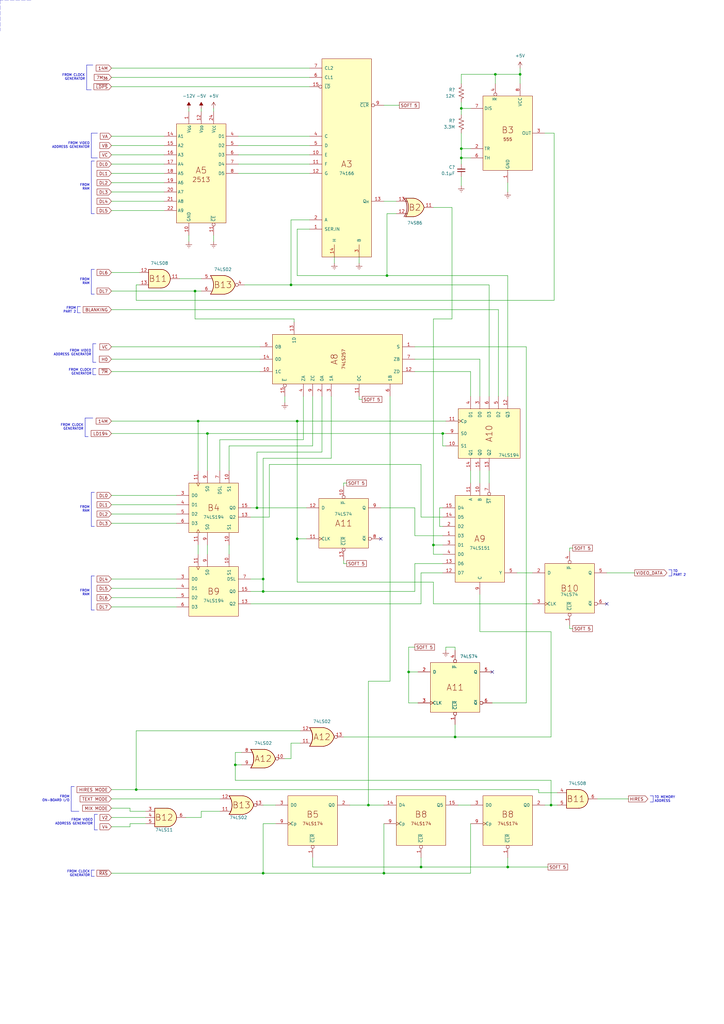
<source format=kicad_sch>
(kicad_sch (version 20211123) (generator eeschema)
  (paper "A3" portrait)
  (title_block (title "Apple II - Video Generator Part 1") (date "2022-07-11") (rev "1") (company "Apple Computers, Inc.") (comment 1 "Original schematic by Apple Computers") (comment 2 "https://github.com/omega9380/Retro-Schematics") (comment 3 "Replication by Omega9380 - July 2022") (comment 4 "Source: The Apple II Circuit Description by W. Gayler"))
  (junction (at 189.23 64.77))
  (junction (at 107.95 242.57))
  (junction (at 105.41 208.28))
  (junction (at 203.2 30.48))
  (junction (at 213.36 30.48))
  (junction (at 226.06 330.2))
  (junction (at 107.95 358.14))
  (junction (at 96.52 313.69))
  (junction (at 208.28 355.6))
  (junction (at 158.75 113.03))
  (junction (at 151.13 330.2))
  (junction (at 157.48 358.14))
  (junction (at 181.61 177.8))
  (junction (at 189.23 44.45))
  (junction (at 167.64 275.59))
  (junction (at 121.92 220.98))
  (junction (at 81.28 172.72))
  (junction (at 80.01 119.38))
  (junction (at 177.8 223.52))
  (junction (at 189.23 60.96))
  (junction (at 107.95 237.49))
  (junction (at 85.09 177.8))
  (junction (at 119.38 116.84))
  (junction (at 55.88 323.85))
  (junction (at 172.72 355.6))
  (junction (at 121.92 172.72))
  (junction (at 186.69 302.26))
  (no_connect (at 201.93 275.59))
  (no_connect (at 156.21 220.98))
  (no_connect (at 248.92 247.65))
  (wire (pts (xy 170.18 142.24) (xy 215.9 142.24)))
  (wire (pts (xy 45.72 86.36) (xy 67.31 86.36)))
  (polyline (pts (xy 38.735 356.87) (xy 37.465 356.87)) (stroke (width 0) (type solid)))
  (wire (pts (xy 93.98 182.88) (xy 93.98 193.04)))
  (wire (pts (xy 85.09 193.04) (xy 85.09 177.8)))
  (wire (pts (xy 162.56 87.63) (xy 158.75 87.63)))
  (wire (pts (xy 180.34 215.9) (xy 180.34 208.28)))
  (wire (pts (xy 121.92 172.72) (xy 182.88 172.72)))
  (wire (pts (xy 181.61 215.9) (xy 180.34 215.9)))
  (wire (pts (xy 167.64 275.59) (xy 167.64 288.29)))
  (polyline (pts (xy 266.7 328.93) (xy 267.97 328.93)) (stroke (width 0) (type solid)))
  (wire (pts (xy 121.92 113.03) (xy 121.92 93.98)))
  (wire (pts (xy 81.28 227.33) (xy 81.28 223.52)))
  (wire (pts (xy 226.06 330.2) (xy 228.6 330.2)))
  (wire (pts (xy 107.95 242.57) (xy 107.95 237.49)))
  (wire (pts (xy 97.79 59.69) (xy 127 59.69)))
  (wire (pts (xy 187.96 330.2) (xy 193.04 330.2)))
  (wire (pts (xy 170.18 208.28) (xy 170.18 219.71)))
  (wire (pts (xy 203.2 30.48) (xy 203.2 34.29)))
  (wire (pts (xy 200.66 162.56) (xy 200.66 116.84)))
  (wire (pts (xy 170.18 219.71) (xy 181.61 219.71)))
  (wire (pts (xy 55.88 123.19) (xy 55.88 116.84)))
  (wire (pts (xy 157.48 337.82) (xy 157.48 358.14)))
  (wire (pts (xy 200.66 116.84) (xy 119.38 116.84)))
  (polyline (pts (xy 37.465 110.49) (xy 37.465 120.65)) (stroke (width 0) (type solid)))
  (wire (pts (xy 147.32 162.56) (xy 147.32 163.83)))
  (wire (pts (xy 45.72 82.55) (xy 67.31 82.55)))
  (wire (pts (xy 189.23 41.91) (xy 189.23 44.45)))
  (wire (pts (xy 105.41 208.28) (xy 125.73 208.28)))
  (polyline (pts (xy 40.005 340.36) (xy 38.735 340.36)) (stroke (width 0) (type solid)))
  (wire (pts (xy 53.34 331.47) (xy 45.72 331.47)))
  (wire (pts (xy 181.61 212.09) (xy 172.72 212.09)))
  (wire (pts (xy 193.04 337.82) (xy 193.04 358.14)))
  (wire (pts (xy 193.04 64.77) (xy 189.23 64.77)))
  (wire (pts (xy 81.28 172.72) (xy 121.92 172.72)))
  (wire (pts (xy 90.17 193.04) (xy 90.17 180.34)))
  (wire (pts (xy 128.27 351.79) (xy 128.27 355.6)))
  (wire (pts (xy 124.46 180.34) (xy 124.46 162.56)))
  (wire (pts (xy 100.33 116.84) (xy 119.38 116.84)))
  (wire (pts (xy 55.88 299.72) (xy 55.88 323.85)))
  (wire (pts (xy 82.55 44.45) (xy 82.55 45.72)))
  (wire (pts (xy 107.95 358.14) (xy 107.95 337.82)))
  (wire (pts (xy 45.72 248.92) (xy 72.39 248.92)))
  (wire (pts (xy 99.06 313.69) (xy 96.52 313.69)))
  (wire (pts (xy 189.23 60.96) (xy 189.23 54.61)))
  (wire (pts (xy 227.33 123.19) (xy 55.88 123.19)))
  (wire (pts (xy 45.72 358.14) (xy 107.95 358.14)))
  (polyline (pts (xy 39.37 153.67) (xy 38.1 153.67)) (stroke (width 0) (type solid)))
  (wire (pts (xy 87.63 44.45) (xy 87.63 45.72)))
  (polyline (pts (xy 38.735 66.04) (xy 37.465 66.04)) (stroke (width 0) (type solid)))
  (wire (pts (xy 97.79 55.88) (xy 127 55.88)))
  (wire (pts (xy 107.95 187.96) (xy 107.95 237.49)))
  (wire (pts (xy 215.9 142.24) (xy 215.9 288.29)))
  (wire (pts (xy 45.72 31.75) (xy 127 31.75)))
  (wire (pts (xy 170.18 242.57) (xy 170.18 231.14)))
  (wire (pts (xy 186.69 266.7) (xy 186.69 265.43)))
  (wire (pts (xy 208.28 78.74) (xy 208.28 74.93)))
  (polyline (pts (xy 30.48 322.58) (xy 29.21 322.58)) (stroke (width 0) (type solid)))
  (polyline (pts (xy 36.195 179.07) (xy 34.925 179.07)) (stroke (width 0) (type solid)))
  (wire (pts (xy 140.97 229.87) (xy 140.97 231.14)))
  (wire (pts (xy 140.97 302.26) (xy 186.69 302.26)))
  (wire (pts (xy 171.45 288.29) (xy 167.64 288.29)))
  (wire (pts (xy 121.92 220.98) (xy 121.92 172.72)))
  (wire (pts (xy 45.72 152.4) (xy 106.68 152.4)))
  (polyline (pts (xy 31.75 125.73) (xy 31.75 128.27)) (stroke (width 0) (type solid)))
  (wire (pts (xy 82.55 332.74) (xy 82.55 335.28)))
  (polyline (pts (xy 274.32 233.68) (xy 275.59 233.68)) (stroke (width 0) (type solid)))
  (wire (pts (xy 186.69 302.26) (xy 226.06 302.26)))
  (wire (pts (xy 45.72 241.3) (xy 72.39 241.3)))
  (wire (pts (xy 181.61 182.88) (xy 181.61 177.8)))
  (wire (pts (xy 105.41 185.42) (xy 105.41 208.28)))
  (wire (pts (xy 123.19 299.72) (xy 55.88 299.72)))
  (wire (pts (xy 158.75 87.63) (xy 158.75 113.03)))
  (wire (pts (xy 170.18 231.14) (xy 181.61 231.14)))
  (wire (pts (xy 80.01 119.38) (xy 82.55 119.38)))
  (wire (pts (xy 181.61 177.8) (xy 182.88 177.8)))
  (wire (pts (xy 113.03 330.2) (xy 107.95 330.2)))
  (wire (pts (xy 182.88 182.88) (xy 181.61 182.88)))
  (wire (pts (xy 193.04 152.4) (xy 193.04 162.56)))
  (wire (pts (xy 208.28 162.56) (xy 208.28 113.03)))
  (wire (pts (xy 196.85 259.08) (xy 196.85 243.84)))
  (wire (pts (xy 257.81 327.66) (xy 245.11 327.66)))
  (wire (pts (xy 185.42 130.81) (xy 177.8 130.81)))
  (polyline (pts (xy 38.1 151.13) (xy 38.1 153.67)) (stroke (width 0) (type solid)))
  (wire (pts (xy 128.27 355.6) (xy 172.72 355.6)))
  (wire (pts (xy 172.72 190.5) (xy 110.49 190.5)))
  (wire (pts (xy 213.36 27.94) (xy 213.36 30.48)))
  (wire (pts (xy 90.17 180.34) (xy 124.46 180.34)))
  (wire (pts (xy 189.23 30.48) (xy 203.2 30.48)))
  (wire (pts (xy 97.79 67.31) (xy 127 67.31)))
  (wire (pts (xy 55.88 323.85) (xy 220.98 323.85)))
  (wire (pts (xy 107.95 242.57) (xy 170.18 242.57)))
  (wire (pts (xy 196.85 198.12) (xy 196.85 193.04)))
  (polyline (pts (xy 40.005 54.61) (xy 37.465 54.61)) (stroke (width 0) (type solid)))
  (wire (pts (xy 96.52 308.61) (xy 96.52 313.69)))
  (wire (pts (xy 177.8 247.65) (xy 177.8 238.76)))
  (wire (pts (xy 172.72 351.79) (xy 172.72 355.6)))
  (wire (pts (xy 45.72 323.85) (xy 55.88 323.85)))
  (polyline (pts (xy 38.735 250.19) (xy 37.465 250.19)) (stroke (width 0) (type solid)))
  (wire (pts (xy 45.72 207.01) (xy 72.39 207.01)))
  (wire (pts (xy 172.72 212.09) (xy 172.72 190.5)))
  (wire (pts (xy 147.32 163.83) (xy 148.59 163.83)))
  (wire (pts (xy 45.72 27.94) (xy 127 27.94)))
  (polyline (pts (xy 38.735 110.49) (xy 37.465 110.49)) (stroke (width 0) (type solid)))
  (wire (pts (xy 121.92 220.98) (xy 121.92 238.76)))
  (wire (pts (xy 189.23 44.45) (xy 193.04 44.45)))
  (wire (pts (xy 97.79 71.12) (xy 127 71.12)))
  (wire (pts (xy 128.27 162.56) (xy 128.27 182.88)))
  (wire (pts (xy 204.47 162.56) (xy 204.47 127)))
  (wire (pts (xy 99.06 308.61) (xy 96.52 308.61)))
  (wire (pts (xy 59.69 332.74) (xy 53.34 332.74)))
  (wire (pts (xy 107.95 337.82) (xy 113.03 337.82)))
  (wire (pts (xy 196.85 147.32) (xy 196.85 162.56)))
  (wire (pts (xy 119.38 90.17) (xy 119.38 116.84)))
  (polyline (pts (xy 40.005 64.77) (xy 37.465 64.77)) (stroke (width 0) (type solid)))
  (polyline (pts (xy 39.37 148.59) (xy 38.1 148.59)) (stroke (width 0) (type solid)))
  (polyline (pts (xy 0 0) (xy 0 12.7)))
  (wire (pts (xy 212.09 234.95) (xy 218.44 234.95)))
  (wire (pts (xy 127 90.17) (xy 119.38 90.17)))
  (polyline (pts (xy 37.465 356.87) (xy 37.465 359.41)) (stroke (width 0) (type solid)))
  (polyline (pts (xy 38.735 215.9) (xy 37.465 215.9)) (stroke (width 0) (type solid)))
  (polyline (pts (xy 38.735 359.41) (xy 37.465 359.41)) (stroke (width 0) (type solid)))
  (polyline (pts (xy 37.465 201.93) (xy 37.465 215.9)) (stroke (width 0) (type solid)))
  (wire (pts (xy 177.8 130.81) (xy 177.8 223.52)))
  (wire (pts (xy 140.97 199.39) (xy 140.97 198.12)))
  (wire (pts (xy 119.38 311.15) (xy 119.38 304.8)))
  (wire (pts (xy 53.34 337.82) (xy 53.34 339.09)))
  (polyline (pts (xy 32.385 332.74) (xy 29.21 332.74)) (stroke (width 0) (type solid)))
  (polyline (pts (xy 33.02 125.73) (xy 31.75 125.73)) (stroke (width 0) (type solid)))
  (wire (pts (xy 45.72 67.31) (xy 67.31 67.31)))
  (wire (pts (xy 143.51 330.2) (xy 151.13 330.2)))
  (wire (pts (xy 85.09 227.33) (xy 85.09 223.52)))
  (wire (pts (xy 208.28 351.79) (xy 208.28 355.6)))
  (wire (pts (xy 121.92 93.98) (xy 127 93.98)))
  (wire (pts (xy 81.28 193.04) (xy 81.28 172.72)))
  (wire (pts (xy 90.17 332.74) (xy 82.55 332.74)))
  (wire (pts (xy 59.69 337.82) (xy 53.34 337.82)))
  (wire (pts (xy 193.04 198.12) (xy 193.04 193.04)))
  (wire (pts (xy 140.97 231.14) (xy 142.24 231.14)))
  (polyline (pts (xy 38.735 201.93) (xy 37.465 201.93)) (stroke (width 0) (type solid)))
  (wire (pts (xy 80.01 130.81) (xy 80.01 119.38)))
  (wire (pts (xy 151.13 279.4) (xy 151.13 330.2)))
  (wire (pts (xy 189.23 34.29) (xy 189.23 30.48)))
  (wire (pts (xy 260.35 234.95) (xy 248.92 234.95)))
  (wire (pts (xy 45.72 74.93) (xy 67.31 74.93)))
  (wire (pts (xy 226.06 320.04) (xy 226.06 330.2)))
  (wire (pts (xy 208.28 113.03) (xy 158.75 113.03)))
  (wire (pts (xy 185.42 85.09) (xy 185.42 130.81)))
  (wire (pts (xy 132.08 162.56) (xy 132.08 185.42)))
  (wire (pts (xy 167.64 265.43) (xy 167.64 275.59)))
  (wire (pts (xy 53.34 339.09) (xy 45.72 339.09)))
  (wire (pts (xy 172.72 247.65) (xy 172.72 234.95)))
  (wire (pts (xy 82.55 335.28) (xy 76.2 335.28)))
  (polyline (pts (xy 38.735 120.65) (xy 37.465 120.65)) (stroke (width 0) (type solid)))
  (polyline (pts (xy 40.005 334.01) (xy 38.735 334.01)) (stroke (width 0) (type solid)))
  (wire (pts (xy 223.52 54.61) (xy 227.33 54.61)))
  (wire (pts (xy 172.72 355.6) (xy 208.28 355.6)))
  (wire (pts (xy 189.23 76.2) (xy 189.23 72.39)))
  (wire (pts (xy 193.04 60.96) (xy 189.23 60.96)))
  (polyline (pts (xy 37.465 54.61) (xy 37.465 64.77)) (stroke (width 0) (type solid)))
  (wire (pts (xy 45.72 214.63) (xy 72.39 214.63)))
  (wire (pts (xy 163.83 43.18) (xy 157.48 43.18)))
  (wire (pts (xy 119.38 304.8) (xy 123.19 304.8)))
  (wire (pts (xy 151.13 330.2) (xy 157.48 330.2)))
  (polyline (pts (xy 12.7 0) (xy 0 0)))
  (wire (pts (xy 172.72 234.95) (xy 181.61 234.95)))
  (wire (pts (xy 77.47 44.45) (xy 77.47 45.72)))
  (polyline (pts (xy 266.7 326.39) (xy 267.97 326.39)) (stroke (width 0) (type solid)))
  (wire (pts (xy 220.98 325.12) (xy 220.98 323.85)))
  (wire (pts (xy 82.55 114.3) (xy 73.66 114.3)))
  (polyline (pts (xy 38.1 140.97) (xy 38.1 148.59)) (stroke (width 0) (type solid)))
  (polyline (pts (xy 33.02 128.27) (xy 31.75 128.27)) (stroke (width 0) (type solid)))
  (wire (pts (xy 140.97 198.12) (xy 142.24 198.12)))
  (wire (pts (xy 233.68 226.06) (xy 233.68 224.79)))
  (wire (pts (xy 125.73 220.98) (xy 121.92 220.98)))
  (wire (pts (xy 45.72 127) (xy 204.47 127)))
  (wire (pts (xy 45.72 63.5) (xy 67.31 63.5)))
  (wire (pts (xy 85.09 177.8) (xy 181.61 177.8)))
  (wire (pts (xy 45.72 59.69) (xy 67.31 59.69)))
  (wire (pts (xy 177.8 223.52) (xy 181.61 223.52)))
  (wire (pts (xy 107.95 358.14) (xy 157.48 358.14)))
  (wire (pts (xy 223.52 330.2) (xy 226.06 330.2)))
  (wire (pts (xy 226.06 259.08) (xy 196.85 259.08)))
  (wire (pts (xy 157.48 358.14) (xy 193.04 358.14)))
  (polyline (pts (xy 275.59 233.68) (xy 275.59 236.22)) (stroke (width 0) (type solid)))
  (wire (pts (xy 53.34 332.74) (xy 53.34 331.47)))
  (wire (pts (xy 170.18 147.32) (xy 196.85 147.32)))
  (wire (pts (xy 208.28 355.6) (xy 224.79 355.6)))
  (wire (pts (xy 77.47 99.06) (xy 77.47 96.52)))
  (wire (pts (xy 167.64 265.43) (xy 170.18 265.43)))
  (wire (pts (xy 137.16 107.95) (xy 137.16 105.41)))
  (wire (pts (xy 96.52 320.04) (xy 226.06 320.04)))
  (wire (pts (xy 45.72 111.76) (xy 57.15 111.76)))
  (wire (pts (xy 93.98 227.33) (xy 93.98 223.52)))
  (wire (pts (xy 170.18 152.4) (xy 193.04 152.4)))
  (wire (pts (xy 45.72 237.49) (xy 72.39 237.49)))
  (polyline (pts (xy 38.1 26.67) (xy 35.56 26.67)) (stroke (width 0) (type solid)))
  (wire (pts (xy 128.27 182.88) (xy 93.98 182.88)))
  (wire (pts (xy 151.13 279.4) (xy 160.02 279.4)))
  (wire (pts (xy 45.72 172.72) (xy 81.28 172.72)))
  (wire (pts (xy 177.8 247.65) (xy 218.44 247.65)))
  (polyline (pts (xy 38.1 171.45) (xy 34.925 171.45)) (stroke (width 0) (type solid)))
  (wire (pts (xy 116.84 165.1) (xy 116.84 162.56)))
  (wire (pts (xy 87.63 99.06) (xy 87.63 96.52)))
  (wire (pts (xy 233.68 257.81) (xy 234.95 257.81)))
  (wire (pts (xy 180.34 208.28) (xy 181.61 208.28)))
  (wire (pts (xy 189.23 44.45) (xy 189.23 46.99)))
  (wire (pts (xy 102.87 247.65) (xy 172.72 247.65)))
  (polyline (pts (xy 34.925 171.45) (xy 34.925 179.07)) (stroke (width 0) (type solid)))
  (polyline (pts (xy 39.37 140.97) (xy 38.1 140.97)) (stroke (width 0) (type solid)))
  (wire (pts (xy 96.52 313.69) (xy 96.52 320.04)))
  (wire (pts (xy 45.72 245.11) (xy 72.39 245.11)))
  (wire (pts (xy 45.72 71.12) (xy 67.31 71.12)))
  (polyline (pts (xy 37.465 236.22) (xy 37.465 250.19)) (stroke (width 0) (type solid)))
  (polyline (pts (xy 38.735 236.22) (xy 37.465 236.22)) (stroke (width 0) (type solid)))
  (wire (pts (xy 120.65 132.08) (xy 120.65 130.81)))
  (polyline (pts (xy 267.97 326.39) (xy 267.97 328.93)) (stroke (width 0) (type solid)))
  (wire (pts (xy 220.98 325.12) (xy 228.6 325.12)))
  (wire (pts (xy 215.9 288.29) (xy 201.93 288.29)))
  (wire (pts (xy 45.72 35.56) (xy 127 35.56)))
  (wire (pts (xy 226.06 302.26) (xy 226.06 259.08)))
  (wire (pts (xy 110.49 190.5) (xy 110.49 212.09)))
  (wire (pts (xy 102.87 242.57) (xy 107.95 242.57)))
  (polyline (pts (xy 274.32 236.22) (xy 275.59 236.22)) (stroke (width 0) (type solid)))
  (wire (pts (xy 227.33 54.61) (xy 227.33 123.19)))
  (wire (pts (xy 158.75 113.03) (xy 121.92 113.03)))
  (wire (pts (xy 45.72 210.82) (xy 72.39 210.82)))
  (wire (pts (xy 233.68 224.79) (xy 234.95 224.79)))
  (wire (pts (xy 135.89 162.56) (xy 135.89 187.96)))
  (wire (pts (xy 102.87 212.09) (xy 110.49 212.09)))
  (wire (pts (xy 162.56 82.55) (xy 157.48 82.55)))
  (wire (pts (xy 102.87 208.28) (xy 105.41 208.28)))
  (wire (pts (xy 45.72 119.38) (xy 80.01 119.38)))
  (polyline (pts (xy 35.56 26.67) (xy 35.56 36.83)) (stroke (width 0) (type solid)))
  (wire (pts (xy 45.72 55.88) (xy 67.31 55.88)))
  (wire (pts (xy 167.64 275.59) (xy 171.45 275.59)))
  (wire (pts (xy 97.79 63.5) (xy 127 63.5)))
  (wire (pts (xy 45.72 142.24) (xy 106.68 142.24)))
  (wire (pts (xy 45.72 147.32) (xy 106.68 147.32)))
  (wire (pts (xy 121.92 238.76) (xy 177.8 238.76)))
  (wire (pts (xy 200.66 198.12) (xy 200.66 193.04)))
  (wire (pts (xy 177.8 223.52) (xy 177.8 227.33)))
  (polyline (pts (xy 29.21 322.58) (xy 29.21 332.74)) (stroke (width 0) (type solid)))
  (wire (pts (xy 189.23 64.77) (xy 189.23 67.31)))
  (wire (pts (xy 107.95 237.49) (xy 102.87 237.49)))
  (wire (pts (xy 132.08 185.42) (xy 105.41 185.42)))
  (polyline (pts (xy 39.37 151.13) (xy 38.1 151.13)) (stroke (width 0) (type solid)))
  (wire (pts (xy 186.69 302.26) (xy 186.69 297.18)))
  (polyline (pts (xy 37.465 36.83) (xy 35.56 36.83)) (stroke (width 0) (type solid)))
  (wire (pts (xy 182.88 265.43) (xy 182.88 266.7)))
  (wire (pts (xy 45.72 327.66) (xy 90.17 327.66)))
  (wire (pts (xy 55.88 116.84) (xy 57.15 116.84)))
  (wire (pts (xy 135.89 187.96) (xy 107.95 187.96)))
  (wire (pts (xy 45.72 177.8) (xy 85.09 177.8)))
  (wire (pts (xy 120.65 130.81) (xy 80.01 130.81)))
  (wire (pts (xy 45.72 203.2) (xy 72.39 203.2)))
  (wire (pts (xy 177.8 85.09) (xy 185.42 85.09)))
  (wire (pts (xy 186.69 265.43) (xy 182.88 265.43)))
  (wire (pts (xy 177.8 227.33) (xy 181.61 227.33)))
  (polyline (pts (xy 38.735 334.01) (xy 38.735 340.36)) (stroke (width 0) (type solid)))
  (wire (pts (xy 45.72 335.28) (xy 59.69 335.28)))
  (wire (pts (xy 160.02 162.56) (xy 160.02 279.4)))
  (wire (pts (xy 203.2 30.48) (xy 213.36 30.48)))
  (wire (pts (xy 213.36 30.48) (xy 213.36 34.29)))
  (wire (pts (xy 45.72 78.74) (xy 67.31 78.74)))
  (wire (pts (xy 147.32 107.95) (xy 147.32 105.41)))
  (wire (pts (xy 156.21 208.28) (xy 170.18 208.28)))
  (wire (pts (xy 189.23 64.77) (xy 189.23 60.96)))
  (polyline (pts (xy 38.735 87.63) (xy 37.465 87.63)) (stroke (width 0) (type solid)))
  (wire (pts (xy 233.68 256.54) (xy 233.68 257.81)))
  (polyline (pts (xy 37.465 66.04) (xy 37.465 87.63)) (stroke (width 0) (type solid)))
  (wire (pts (xy 116.84 311.15) (xy 119.38 311.15)))
  (text "FROM\nRAM" (at 36.83 244.475 180) (effects (font (size 0.96 0.96)) (justify right bottom)))
  (text "FROM VIDEO\nADDRESS GENERATOR" (at 37.465 146.05 180) (effects (font (size 0.96 0.96)) (justify right bottom)))
  (text "FROM CLOCK\nGENERATOR" (at 34.925 33.02 180) (effects (font (size 0.96 0.96)) (justify right bottom)))
  (text "FROM\nPART 2" (at 31.242 128.524 180) (effects (font (size 0.96 0.96)) (justify right bottom)))
  (text "FROM CLOCK\nGENERATOR" (at 36.957 359.664 180) (effects (font (size 0.96 0.96)) (justify right bottom)))
  (text "TO MEMORY\nADDRESS" (at 268.478 329.184 0) (effects (font (size 0.96 0.96)) (justify left bottom)))
  (text "FROM VIDEO\nADDRESS GENERATOR" (at 38.1 338.455 180) (effects (font (size 0.96 0.96)) (justify right bottom)))
  (text "FROM\nRAM" (at 36.83 78.105 180) (effects (font (size 0.96 0.96)) (justify right bottom)))
  (text "FROM\nON-BOARD I/O" (at 28.575 328.93 180) (effects (font (size 0.96 0.96)) (justify right bottom)))
  (text "TO\nPART 2" (at 276.098 236.474 0) (effects (font (size 0.96 0.96)) (justify left bottom)))
  (text "FROM\nRAM" (at 36.83 210.185 180) (effects (font (size 0.96 0.96)) (justify right bottom)))
  (text "FROM CLOCK\nGENERATOR" (at 37.592 153.924 180) (effects (font (size 0.96 0.96)) (justify right bottom)))
  (text "FROM\nRAM" (at 36.83 116.84 180) (effects (font (size 0.96 0.96)) (justify right bottom)))
  (text "FROM VIDEO\nADDRESS GENERATOR" (at 36.83 60.96 180) (effects (font (size 0.96 0.96)) (justify right bottom)))
  (text "FROM CLOCK\nGENERATOR" (at 34.29 176.53 180) (effects (font (size 0.96 0.96)) (justify right bottom)))
  (global_label "VIDEO_DATA" (shape output) (at 260.35 234.95 0) (property "Intersheet References" "${INTERSHEET_REFS}" (effects hide)))
  (global_label "DL7" (shape input) (at 45.72 119.38 180) (property "Intersheet References" "${INTERSHEET_REFS}" (effects hide)))
  (global_label "DL0" (shape input) (at 45.72 67.31 180) (property "Intersheet References" "${INTERSHEET_REFS}" (effects hide)))
  (global_label "DL3" (shape input) (at 45.72 214.63 180) (property "Intersheet References" "${INTERSHEET_REFS}" (effects hide)))
  (global_label "SOFT 5" (shape passive) (at 148.59 163.83 0) (property "Intersheet References" "${INTERSHEET_REFS}" (effects hide)))
  (global_label "14M" (shape input) (at 45.72 172.72 180) (property "Intersheet References" "${INTERSHEET_REFS}" (effects hide)))
  (global_label "HIRES MODE" (shape input) (at 45.72 323.85 180) (property "Intersheet References" "${INTERSHEET_REFS}" (effects hide)))
  (global_label "DL6" (shape input) (at 45.72 245.11 180) (property "Intersheet References" "${INTERSHEET_REFS}" (effects hide)))
  (global_label "DL4" (shape input) (at 45.72 82.55 180) (property "Intersheet References" "${INTERSHEET_REFS}" (effects hide)))
  (global_label "DL1" (shape input) (at 45.72 71.12 180) (property "Intersheet References" "${INTERSHEET_REFS}" (effects hide)))
  (global_label "SOFT 5" (shape passive) (at 170.18 265.43 0) (property "Intersheet References" "${INTERSHEET_REFS}" (effects hide)))
  (global_label "~{LDPS}" (shape input) (at 45.72 35.56 180) (property "Intersheet References" "${INTERSHEET_REFS}" (effects hide)))
  (global_label "LD194" (shape input) (at 45.72 177.8 180) (property "Intersheet References" "${INTERSHEET_REFS}" (effects hide)))
  (global_label "V4" (shape input) (at 45.72 339.09 180) (property "Intersheet References" "${INTERSHEET_REFS}" (effects hide)))
  (global_label "V2" (shape input) (at 45.72 335.28 180) (property "Intersheet References" "${INTERSHEET_REFS}" (effects hide)))
  (global_label "DL1" (shape input) (at 45.72 207.01 180) (property "Intersheet References" "${INTERSHEET_REFS}" (effects hide)))
  (global_label "VB" (shape input) (at 45.72 59.69 180) (property "Intersheet References" "${INTERSHEET_REFS}" (effects hide)))
  (global_label "TEXT MODE" (shape input) (at 45.72 327.66 180) (property "Intersheet References" "${INTERSHEET_REFS}" (effects hide)))
  (global_label "DL5" (shape input) (at 45.72 86.36 180) (property "Intersheet References" "${INTERSHEET_REFS}" (effects hide)))
  (global_label "SOFT 5" (shape passive) (at 163.83 43.18 0) (property "Intersheet References" "${INTERSHEET_REFS}" (effects hide)))
  (global_label "VC" (shape input) (at 45.72 63.5 180) (property "Intersheet References" "${INTERSHEET_REFS}" (effects hide)))
  (global_label "14M" (shape input) (at 45.72 27.94 180) (property "Intersheet References" "${INTERSHEET_REFS}" (effects hide)))
  (global_label "DL0" (shape input) (at 45.72 203.2 180) (property "Intersheet References" "${INTERSHEET_REFS}" (effects hide)))
  (global_label "DL2" (shape input) (at 45.72 74.93 180) (property "Intersheet References" "${INTERSHEET_REFS}" (effects hide)))
  (global_label "SOFT 5" (shape passive) (at 234.95 257.81 0) (property "Intersheet References" "${INTERSHEET_REFS}" (effects hide)))
  (global_label "VC" (shape input) (at 45.72 142.24 180) (property "Intersheet References" "${INTERSHEET_REFS}" (effects hide)))
  (global_label "SOFT 5" (shape passive) (at 224.79 355.6 0) (property "Intersheet References" "${INTERSHEET_REFS}" (effects hide)))
  (global_label "SOFT 5" (shape passive) (at 234.95 224.79 0) (property "Intersheet References" "${INTERSHEET_REFS}" (effects hide)))
  (global_label "SOFT 5" (shape passive) (at 142.24 231.14 0) (property "Intersheet References" "${INTERSHEET_REFS}" (effects hide)))
  (global_label "VA" (shape input) (at 45.72 55.88 180) (property "Intersheet References" "${INTERSHEET_REFS}" (effects hide)))
  (global_label "H0" (shape input) (at 45.72 147.32 180) (property "Intersheet References" "${INTERSHEET_REFS}" (effects hide)))
  (global_label "DL6" (shape input) (at 45.72 111.76 180) (property "Intersheet References" "${INTERSHEET_REFS}" (effects hide)))
  (global_label "DL7" (shape input) (at 45.72 248.92 180) (property "Intersheet References" "${INTERSHEET_REFS}" (effects hide)))
  (global_label "BLANKING" (shape input) (at 45.72 127 180) (property "Intersheet References" "${INTERSHEET_REFS}" (effects hide)))
  (global_label "~{7M}" (shape input) (at 45.72 152.4 180) (property "Intersheet References" "${INTERSHEET_REFS}" (effects hide)))
  (global_label "DL3" (shape input) (at 45.72 78.74 180) (property "Intersheet References" "${INTERSHEET_REFS}" (effects hide)))
  (global_label "DL4" (shape input) (at 45.72 237.49 180) (property "Intersheet References" "${INTERSHEET_REFS}" (effects hide)))
  (global_label "SOFT 5" (shape passive) (at 142.24 198.12 0) (property "Intersheet References" "${INTERSHEET_REFS}" (effects hide)))
  (global_label "7M_{36}" (shape input) (at 45.72 31.75 180) (property "Intersheet References" "${INTERSHEET_REFS}" (effects hide)))
  (global_label "~{RAS}" (shape input) (at 45.72 358.14 180) (property "Intersheet References" "${INTERSHEET_REFS}" (effects hide)))
  (global_label "DL5" (shape input) (at 45.72 241.3 180) (property "Intersheet References" "${INTERSHEET_REFS}" (effects hide)))
  (global_label "HIRES" (shape output) (at 257.81 327.66 0) (property "Intersheet References" "${INTERSHEET_REFS}" (effects hide)))
  (global_label "DL2" (shape input) (at 45.72 210.82 180) (property "Intersheet References" "${INTERSHEET_REFS}" (effects hide)))
  (global_label "MIX MODE" (shape input) (at 45.72 331.47 180) (property "Intersheet References" "${INTERSHEET_REFS}" (effects hide)))
  (symbol (lib_id "Apple II:B8_74LS174") (at 198.12 326.39 0) (unit 3)
    (property "Reference" "U?" (effects hide))
    (property "Value" "B8_74LS174" (effects hide))
    (property "Datasheet" "http://www.ti.com/lit/gpn/sn74LS174" (effects hide))
  )
  (symbol (lib_id "Apple II:A11_74LS74") (at 130.81 204.47 0) (unit 2)
    (property "Reference" "a11" (effects hide))
    (property "Value" "74LS74" (at 137.16 210.82 0) (effects (justify left)))
    (property "Datasheet" "74xx/74hc_hct74.pdf" (effects hide))
  )
  (symbol (lib_id "Apple II:A12_74LS02") (at 130.81 302.26 0) (mirror x) (unit 4)
    (property "Reference" "A12" (effects hide))
    (property "Value" "74LS02" (at 132.0486 295.91 0))
    (property "Datasheet" "http://www.ti.com/lit/gpn/sn74ls02" (effects hide))
  )
  (symbol (lib_id "Apple II:B11_74LS08") (at 64.77 114.3 0) (unit 4)
    (property "Reference" "B?" (effects hide))
    (property "Value" "74LS08" (at 65.405 107.95 0))
    (property "Datasheet" "http://www.ti.com/lit/gpn/sn74LS08" (effects hide))
  )
  (symbol (lib_id "Apple II:B9_74LS194") (at 77.47 232.41 0) (unit 1)
    (property "Reference" "B?" (effects hide))
    (property "Value" "74LS194" (at 87.63 246.38 0))
    (property "Datasheet" "http://www.ti.com/lit/gpn/sn74LS194" (effects hide))
  )
  (symbol (lib_id "Device:R_US") (at 189.23 50.8 0) (mirror x) (unit 1)
    (property "Reference" "R?" (at 186.69 49.5299 0) (effects (justify right)))
    (property "Value" "3.3M" (at 186.69 52.0699 0) (effects (justify right)))
  )
  (symbol (lib_id "power:Earth") (at 182.88 266.7 0) (unit 1)
    (property "Reference" "#PWR?" (effects hide))
    (property "Value" "Earth" (effects hide))
  )
  (symbol (lib_id "power:Earth") (at 87.63 99.06 0) (unit 1)
    (property "Reference" "#PWR?" (effects hide))
    (property "Value" "Earth" (effects hide))
  )
  (symbol (lib_id "power:Earth") (at 116.84 165.1 0) (unit 1)
    (property "Reference" "#PWR?" (effects hide))
    (property "Value" "Earth" (effects hide))
  )
  (symbol (lib_id "power:+5V") (at 213.36 27.94 0) (unit 1)
    (property "Reference" "#PWR?" (effects hide))
    (property "Value" "+5V" (at 213.36 22.86 0))
  )
  (symbol (lib_id "Apple II:B2_74S86") (at 170.18 85.09 0) (mirror x) (unit 4)
    (property "Reference" "B?" (effects hide))
    (property "Value" "74S86" (at 170.18 91.44 0))
    (property "Datasheet" "74xx/74ls86.pdf" (effects hide))
  )
  (symbol (lib_id "Apple II:B10_74LS74") (at 223.52 231.14 0) (unit 1)
    (property "Reference" "B?" (effects hide))
    (property "Value" "74LS74" (at 229.87 243.84 0) (effects (justify left)))
    (property "Datasheet" "74xx/74hc_hct74.pdf" (effects hide))
  )
  (symbol (lib_id "Apple II:A11_74LS74") (at 176.53 271.78 0) (unit 1)
    (property "Reference" "A11" (effects hide))
    (property "Value" "74LS74" (at 188.7094 269.24 0) (effects (justify left)))
    (property "Datasheet" "74xx/74hc_hct74.pdf" (effects hide))
  )
  (symbol (lib_id "Apple II:A9_74LS151") (at 186.69 203.2 0) (unit 1)
    (property "Reference" "A?" (effects hide))
    (property "Value" "74LS151" (at 196.85 224.79 0))
    (property "Datasheet" "http://www.ti.com/lit/gpn/sn74LS151" (effects hide))
  )
  (symbol (lib_id "Device:R_US") (at 189.23 38.1 0) (mirror x) (unit 1)
    (property "Reference" "R?" (at 186.69 36.8299 0) (effects (justify right)))
    (property "Value" "12K" (at 186.69 39.3699 0) (effects (justify right)))
  )
  (symbol (lib_id "power:Earth") (at 77.47 99.06 0) (unit 1)
    (property "Reference" "#PWR?" (effects hide))
    (property "Value" "Earth" (effects hide))
  )
  (symbol (lib_id "Apple II:A12_74LS02") (at 106.68 311.15 0) (unit 3)
    (property "Reference" "A12" (effects hide))
    (property "Value" "74LS02" (at 107.9186 304.8 0))
    (property "Datasheet" "http://www.ti.com/lit/gpn/sn74ls02" (effects hide))
  )
  (symbol (lib_id "power:Earth") (at 208.28 78.74 0) (unit 1)
    (property "Reference" "#PWR?" (effects hide))
    (property "Value" "Earth" (effects hide))
  )
  (symbol (lib_id "power:-12V") (at 77.47 44.45 0) (unit 1)
    (property "Reference" "#PWR?" (effects hide))
    (property "Value" "-12V" (at 77.47 39.37 0))
  )
  (symbol (lib_id "power:Earth") (at 189.23 76.2 0) (unit 1)
    (property "Reference" "#PWR?" (effects hide))
    (property "Value" "Earth" (effects hide))
  )
  (symbol (lib_id "power:Earth") (at 147.32 107.95 0) (unit 1)
    (property "Reference" "#PWR?" (effects hide))
    (property "Value" "Earth" (effects hide))
  )
  (symbol (lib_id "Apple II:B4_74LS194") (at 77.47 198.12 0) (unit 1)
    (property "Reference" "B?" (effects hide))
    (property "Value" "74LS194" (at 87.63 212.09 0))
    (property "Datasheet" "http://www.ti.com/lit/gpn/sn74LS194" (effects hide))
  )
  (symbol (lib_id "Apple II:A3_74166") (at 132.08 24.13 0) (unit 1)
    (property "Reference" "A?" (effects hide))
    (property "Value" "74166" (at 142.24 71.12 0))
    (property "Datasheet" "http://www.ti.com/lit/gpn/sn74LS166" (effects hide))
  )
  (symbol (lib_id "Apple II:A8_74LS257") (at 111.76 157.48 90) (unit 1)
    (property "Reference" "U?" (effects hide))
    (property "Value" "A8_74LS257" (effects hide))
    (property "Datasheet" "http://www.ti.com/lit/gpn/sn74LS257" (effects hide))
  )
  (symbol (lib_id "power:+5V") (at 87.63 44.45 0) (unit 1)
    (property "Reference" "#PWR?" (effects hide))
    (property "Value" "+5V" (at 87.63 39.37 0))
  )
  (symbol (lib_id "Apple II:B11_74LS08") (at 236.22 327.66 0) (unit 2)
    (property "Reference" "B11" (effects hide))
    (property "Value" "74LS08" (at 236.855 321.31 0))
    (property "Datasheet" "http://www.ti.com/lit/gpn/sn74LS08" (effects hide))
  )
  (symbol (lib_id "power:Earth") (at 137.16 107.95 0) (unit 1)
    (property "Reference" "#PWR?" (effects hide))
    (property "Value" "Earth" (effects hide))
  )
  (symbol (lib_id "Apple II:B3_555") (at 198.12 39.37 0) (unit 1)
    (property "Reference" "U?" (effects hide))
    (property "Value" "B3_555" (effects hide))
    (property "Footprint" "Package_SO:SOIC-8_3.9x4.9mm_P1.27mm" (effects hide))
    (property "Datasheet" "http://www.ti.com/lit/ds/symlink/ne555.pdf" (effects hide))
  )
  (symbol (lib_id "Apple II:B12_74LS11") (at 67.31 335.28 0) (unit 2)
    (property "Reference" "B?" (effects hide))
    (property "Value" "74LS11" (at 67.31 340.36 0))
    (property "Datasheet" "http://www.ti.com/lit/gpn/sn74LS11" (effects hide))
  )
  (symbol (lib_id "Apple II:B13_74LS02") (at 90.17 116.84 0) (unit 2)
    (property "Reference" "B?" (effects hide))
    (property "Value" "74LS02" (at 91.4086 110.49 0))
    (property "Datasheet" "http://www.ti.com/lit/gpn/sn74ls02" (effects hide))
  )
  (symbol (lib_id "power:-5V") (at 82.55 44.45 0) (unit 1)
    (property "Reference" "#PWR?" (effects hide))
    (property "Value" "-5V" (at 82.55 39.37 0))
  )
  (symbol (lib_id "Apple II:B13_74LS02") (at 97.79 330.2 0) (mirror x) (unit 4)
    (property "Reference" "B?" (effects hide))
    (property "Value" "74LS02" (at 97.79 335.28 0))
    (property "Datasheet" "http://www.ti.com/lit/gpn/sn74ls02" (effects hide))
  )
  (symbol (lib_id "Device:C_Small") (at 189.23 69.85 0) (mirror x) (unit 1)
    (property "Reference" "C?" (at 186.69 68.5735 0) (effects (justify right)))
    (property "Value" "0.1µF" (at 186.69 71.1135 0) (effects (justify right)))
  )
  (symbol (lib_id "Apple II:B8_74LS174") (at 162.56 326.39 0) (unit 2)
    (property "Reference" "U?" (effects hide))
    (property "Value" "B8_74LS174" (effects hide))
    (property "Datasheet" "http://www.ti.com/lit/gpn/sn74LS174" (effects hide))
  )
  (symbol (lib_id "Apple II:A5_2513") (at 72.39 49.53 0) (unit 1)
    (property "Reference" "U?" (effects hide))
    (property "Value" "A5_2513" (effects hide))
  )
  (symbol (lib_id "Apple II:B5_74LS174") (at 118.11 326.39 0) (unit 2)
    (property "Reference" "U?" (effects hide))
    (property "Value" "B5_74LS174" (effects hide))
    (property "Datasheet" "http://www.ti.com/lit/gpn/sn74LS174" (effects hide))
  )
  (symbol (lib_id "Apple II:A10_74LS194") (at 187.96 187.96 90) (unit 1)
    (property "Reference" "A?" (effects hide))
    (property "Value" "74LS194" (at 204.47 186.69 90) (effects (justify right)))
    (property "Datasheet" "http://www.ti.com/lit/gpn/sn74LS194" (effects hide))
  )
)
</source>
